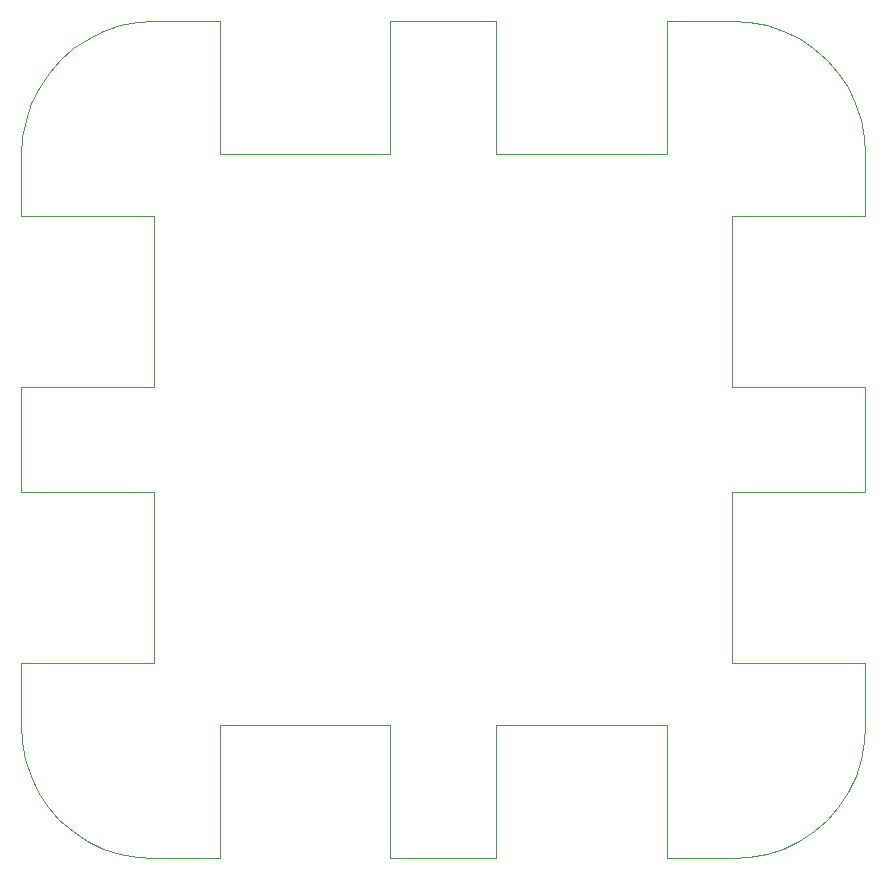
<source format=gbr>
%TF.GenerationSoftware,KiCad,Pcbnew,(6.0.8)*%
%TF.CreationDate,2022-10-18T22:39:30+02:00*%
%TF.ProjectId,test_project_1,74657374-5f70-4726-9f6a-6563745f312e,rev?*%
%TF.SameCoordinates,Original*%
%TF.FileFunction,Profile,NP*%
%FSLAX46Y46*%
G04 Gerber Fmt 4.6, Leading zero omitted, Abs format (unit mm)*
G04 Created by KiCad (PCBNEW (6.0.8)) date 2022-10-18 22:39:30*
%MOMM*%
%LPD*%
G01*
G04 APERTURE LIST*
%TA.AperFunction,Profile*%
%ADD10C,0.020000*%
%TD*%
G04 APERTURE END LIST*
D10*
X100884605Y-88747989D02*
X100884605Y-79814135D01*
X172266831Y-109918811D02*
X172334805Y-108436462D01*
X172000743Y-111378666D02*
X172266831Y-109918811D01*
X171541343Y-112789670D02*
X172000743Y-111378666D01*
X170896927Y-114126348D02*
X171541343Y-112789670D01*
X170079129Y-115364567D02*
X170896927Y-114126348D01*
X169102713Y-116481971D02*
X170079129Y-115364567D01*
X167985309Y-117458386D02*
X169102713Y-116481971D01*
X166747090Y-118276185D02*
X167985309Y-117458386D01*
X165410413Y-118920601D02*
X166747090Y-118276185D01*
X163999409Y-119380000D02*
X165410413Y-118920601D01*
X162539554Y-119646089D02*
X163999409Y-119380000D01*
X161057205Y-119714062D02*
X162539554Y-119646089D01*
X100952578Y-109918811D02*
X100884605Y-108436462D01*
X101218666Y-111378666D02*
X100952578Y-109918811D01*
X101678066Y-112789670D02*
X101218666Y-111378666D01*
X102322482Y-114126348D02*
X101678066Y-112789670D01*
X103140280Y-115364567D02*
X102322482Y-114126348D01*
X104116696Y-116481971D02*
X103140280Y-115364567D01*
X105234100Y-117458386D02*
X104116696Y-116481971D01*
X106472319Y-118276185D02*
X105234100Y-117458386D01*
X107808997Y-118920601D02*
X106472319Y-118276185D01*
X109220000Y-119380000D02*
X107808997Y-118920601D01*
X110679855Y-119646089D02*
X109220000Y-119380000D01*
X112162205Y-119714062D02*
X110679855Y-119646089D01*
X100981407Y-58653758D02*
X100884605Y-60125662D01*
X101269444Y-57207070D02*
X100981407Y-58653758D01*
X101743792Y-55810336D02*
X101269444Y-57207070D01*
X102396339Y-54487440D02*
X101743792Y-55810336D01*
X103215925Y-53261002D02*
X102396339Y-54487440D01*
X104188538Y-52151996D02*
X103215925Y-53261002D01*
X105297545Y-51179383D02*
X104188538Y-52151996D01*
X106523982Y-50359796D02*
X105297545Y-51179383D01*
X107846879Y-49707250D02*
X106523982Y-50359796D01*
X109243613Y-49232902D02*
X107846879Y-49707250D01*
X110690301Y-48944864D02*
X109243613Y-49232902D01*
X112162205Y-48848062D02*
X110690301Y-48944864D01*
X162534374Y-48930463D02*
X161057205Y-48848062D01*
X163987663Y-49207538D02*
X162534374Y-48930463D01*
X165391530Y-49674418D02*
X163987663Y-49207538D01*
X166721302Y-50322897D02*
X165391530Y-49674418D01*
X167953609Y-51141579D02*
X166721302Y-50322897D01*
X169066792Y-52116074D02*
X167953609Y-51141579D01*
X170041288Y-53229258D02*
X169066792Y-52116074D01*
X170859970Y-54461564D02*
X170041288Y-53229258D01*
X171508449Y-55791337D02*
X170859970Y-54461564D01*
X171975329Y-57195204D02*
X171508449Y-55791337D01*
X172252404Y-58648493D02*
X171975329Y-57195204D01*
X172334805Y-60125662D02*
X172252404Y-58648493D01*
X117679141Y-108436462D02*
X132142777Y-108436462D01*
X141076632Y-108436462D02*
X155540268Y-108436462D01*
X172334805Y-108436462D02*
X172334805Y-103211625D01*
X161057205Y-88747989D02*
X161057205Y-103211625D01*
X161057205Y-65350499D02*
X161057205Y-79814135D01*
X161057205Y-48848062D02*
X155540268Y-48848062D01*
X112162205Y-65350499D02*
X112162205Y-79814135D01*
X112162205Y-88747989D02*
X112162205Y-103211625D01*
X112162205Y-119714062D02*
X117679141Y-119714062D01*
X155540268Y-60125662D02*
X141076632Y-60125662D01*
X132142777Y-60125662D02*
X117679141Y-60125662D01*
X100884605Y-60125662D02*
X100884605Y-65350499D01*
X100884605Y-103211625D02*
X100884605Y-108436462D01*
X155540268Y-119714062D02*
X161057205Y-119714062D01*
X141076632Y-48848062D02*
X132142777Y-48848062D01*
X117679141Y-48848062D02*
X112162205Y-48848062D01*
X172334805Y-88747989D02*
X172334805Y-79814135D01*
X172334805Y-65350499D02*
X172334805Y-60125662D01*
X132142777Y-119714062D02*
X141076632Y-119714062D01*
X172334805Y-88747989D02*
X161057205Y-88747989D01*
X172334805Y-79814135D02*
X161057205Y-79814135D01*
X161057205Y-103211625D02*
X172334805Y-103211625D01*
X161057205Y-65350499D02*
X172334805Y-65350499D01*
X132142777Y-119714062D02*
X132142777Y-108436462D01*
X132142777Y-48848062D02*
X132142777Y-60125662D01*
X155540268Y-60125662D02*
X155540268Y-48848062D01*
X141076632Y-48848062D02*
X141076632Y-60125662D01*
X117679141Y-60125662D02*
X117679141Y-48848062D01*
X112162205Y-65350499D02*
X100884605Y-65350499D01*
X112162205Y-103211625D02*
X100884605Y-103211625D01*
X100884605Y-79814135D02*
X112162205Y-79814135D01*
X117679141Y-108436462D02*
X117679141Y-119714062D01*
X100884605Y-88747989D02*
X112162205Y-88747989D01*
X155540268Y-108436462D02*
X155540268Y-119714062D01*
X141076632Y-119714062D02*
X141076632Y-108436462D01*
M02*

</source>
